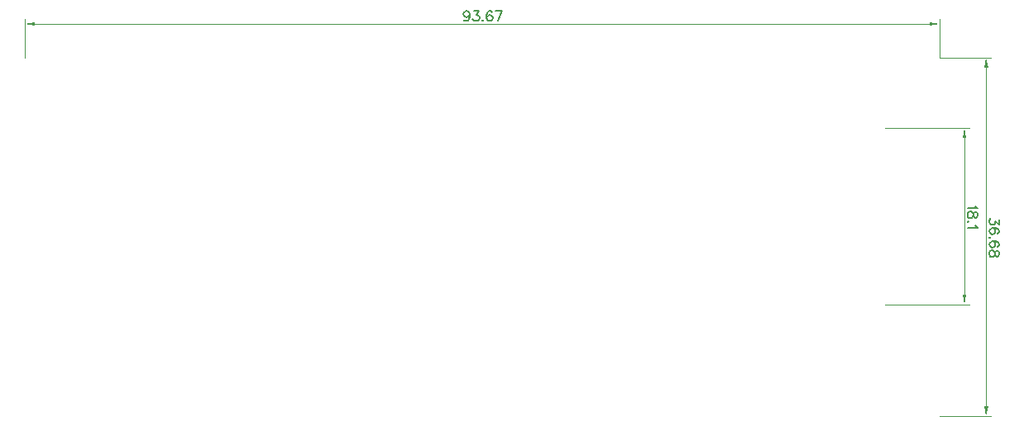
<source format=gbr>
G04 DipTrace 3.2.0.1*
G04 TopDimension.gbr*
%MOMM*%
G04 #@! TF.FileFunction,Drawing,Top*
G04 #@! TF.Part,Single*
%ADD13C,0.035*%
%ADD32C,0.15686*%
%FSLAX35Y35*%
G04*
G71*
G90*
G75*
G01*
G04 TopDimension*
%LPD*%
X9810507Y3953227D2*
D13*
X10671260D1*
X9810507Y2143006D2*
X10671260D1*
X10621260Y3048117D2*
Y3853227D1*
G36*
Y3953227D2*
X10641260Y3853227D1*
X10601260D1*
X10621260Y3953227D1*
G37*
Y3048117D2*
D13*
Y2243006D1*
G36*
Y2143006D2*
X10601260Y2243006D1*
X10641260D1*
X10621260Y2143006D1*
G37*
X10367233Y4667510D2*
D13*
X10893533D1*
X10367233Y1000000D2*
X10893533D1*
X10843533Y2833755D2*
Y4567510D1*
G36*
Y4667510D2*
X10863533Y4567510D1*
X10823533D1*
X10843533Y4667510D1*
G37*
Y2833755D2*
D13*
Y1100000D1*
G36*
Y1000000D2*
X10823533Y1100000D1*
X10863533D1*
X10843533Y1000000D1*
G37*
X1000000Y4667510D2*
D13*
Y5066797D1*
X10367233Y4667510D2*
Y5066797D1*
X5683617Y5016797D2*
X1100000D1*
G36*
X1000000D2*
X1100000Y5036797D1*
Y4996797D1*
X1000000Y5016797D1*
G37*
X5683617D2*
D13*
X10267233D1*
G36*
X10367233D2*
X10267233Y4996797D1*
Y5036797D1*
X10367233Y5016797D1*
G37*
X10734821Y3150562D2*
D32*
X10739763Y3140791D1*
X10754251Y3126191D1*
X10652275D1*
X10754251Y3070560D2*
X10749421Y3085047D1*
X10739763Y3089989D1*
X10729992D1*
X10720334Y3085047D1*
X10715392Y3075389D1*
X10710563Y3055960D1*
X10705734Y3041360D1*
X10695963Y3031701D1*
X10686305Y3026872D1*
X10671705D1*
X10662046Y3031701D1*
X10657105Y3036531D1*
X10652275Y3051131D1*
Y3070560D1*
X10657105Y3085047D1*
X10662046Y3089989D1*
X10671705Y3094818D1*
X10686305D1*
X10695963Y3089989D1*
X10705734Y3080218D1*
X10710563Y3065731D1*
X10715392Y3046301D1*
X10720334Y3036531D1*
X10729992Y3031701D1*
X10739763D1*
X10749421Y3036531D1*
X10754251Y3051131D1*
Y3070560D1*
X10662046Y2990670D2*
X10657105Y2995500D1*
X10652275Y2990670D1*
X10657105Y2985729D1*
X10662046Y2990670D1*
X10734821Y2954356D2*
X10739763Y2944585D1*
X10754251Y2929985D1*
X10652275D1*
X10976524Y3014891D2*
Y2961545D1*
X10937666Y2990632D1*
Y2976032D1*
X10932836Y2966374D1*
X10928007Y2961545D1*
X10913407Y2956603D1*
X10903749D1*
X10889149Y2961545D1*
X10879378Y2971203D1*
X10874549Y2985803D1*
Y3000403D1*
X10879378Y3014891D1*
X10884319Y3019720D1*
X10893978Y3024662D1*
X10962036Y2866943D2*
X10971695Y2871772D1*
X10976524Y2886372D1*
Y2896031D1*
X10971695Y2910631D1*
X10957095Y2920401D1*
X10932836Y2925231D1*
X10908578D1*
X10889149Y2920401D1*
X10879378Y2910631D1*
X10874549Y2896031D1*
Y2891201D1*
X10879378Y2876714D1*
X10889149Y2866943D1*
X10903749Y2862114D1*
X10908578D1*
X10923178Y2866943D1*
X10932836Y2876714D1*
X10937666Y2891201D1*
Y2896031D1*
X10932836Y2910631D1*
X10923178Y2920401D1*
X10908578Y2925231D1*
X10884319Y2825912D2*
X10879378Y2830741D1*
X10874549Y2825912D1*
X10879378Y2820970D1*
X10884319Y2825912D1*
X10962036Y2731310D2*
X10971695Y2736139D1*
X10976524Y2750739D1*
Y2760398D1*
X10971695Y2774998D1*
X10957095Y2784769D1*
X10932836Y2789598D1*
X10908578D1*
X10889149Y2784769D1*
X10879378Y2774998D1*
X10874549Y2760398D1*
Y2755569D1*
X10879378Y2741081D1*
X10889149Y2731310D1*
X10903749Y2726481D1*
X10908578D1*
X10923178Y2731310D1*
X10932836Y2741081D1*
X10937666Y2755569D1*
Y2760398D1*
X10932836Y2774998D1*
X10923178Y2784769D1*
X10908578Y2789598D1*
X10976524Y2670850D2*
X10971695Y2685338D1*
X10962036Y2690279D1*
X10952266D1*
X10942607Y2685338D1*
X10937666Y2675679D1*
X10932836Y2656250D1*
X10928007Y2641650D1*
X10918236Y2631991D1*
X10908578Y2627162D1*
X10893978D1*
X10884319Y2631991D1*
X10879378Y2636821D1*
X10874549Y2651421D1*
Y2670850D1*
X10879378Y2685338D1*
X10884319Y2690279D1*
X10893978Y2695108D1*
X10908578D1*
X10918236Y2690279D1*
X10928007Y2680508D1*
X10932836Y2666021D1*
X10937666Y2646591D1*
X10942607Y2636821D1*
X10952266Y2631991D1*
X10962036D1*
X10971695Y2636821D1*
X10976524Y2651421D1*
Y2670850D1*
X5555827Y5115870D2*
X5550885Y5101270D1*
X5541227Y5091500D1*
X5526627Y5086670D1*
X5521798D1*
X5507198Y5091500D1*
X5497539Y5101270D1*
X5492598Y5115870D1*
Y5120700D1*
X5497539Y5135300D1*
X5507198Y5144958D1*
X5521798Y5149787D1*
X5526627D1*
X5541227Y5144958D1*
X5550885Y5135300D1*
X5555827Y5115870D1*
Y5091500D1*
X5550885Y5067241D1*
X5541227Y5052641D1*
X5526627Y5047812D1*
X5516969D1*
X5502369Y5052641D1*
X5497539Y5062412D1*
X5596970Y5149787D2*
X5650316D1*
X5621229Y5110929D1*
X5635829D1*
X5645487Y5106100D1*
X5650316Y5101270D1*
X5655258Y5086670D1*
Y5077012D1*
X5650316Y5062412D1*
X5640658Y5052641D1*
X5626058Y5047812D1*
X5611458D1*
X5596970Y5052641D1*
X5592141Y5057583D1*
X5587200Y5067241D1*
X5691460Y5057583D2*
X5686631Y5052641D1*
X5691460Y5047812D1*
X5696401Y5052641D1*
X5691460Y5057583D1*
X5786062Y5135300D2*
X5781232Y5144958D1*
X5766632Y5149787D1*
X5756974D1*
X5742374Y5144958D1*
X5732603Y5130358D1*
X5727774Y5106100D1*
Y5081841D1*
X5732603Y5062412D1*
X5742374Y5052641D1*
X5756974Y5047812D1*
X5761803D1*
X5776291Y5052641D1*
X5786062Y5062412D1*
X5790891Y5077012D1*
Y5081841D1*
X5786062Y5096441D1*
X5776291Y5106100D1*
X5761803Y5110929D1*
X5756974D1*
X5742374Y5106100D1*
X5732603Y5096441D1*
X5727774Y5081841D1*
X5841693Y5047812D2*
X5890322Y5149787D1*
X5822263D1*
M02*

</source>
